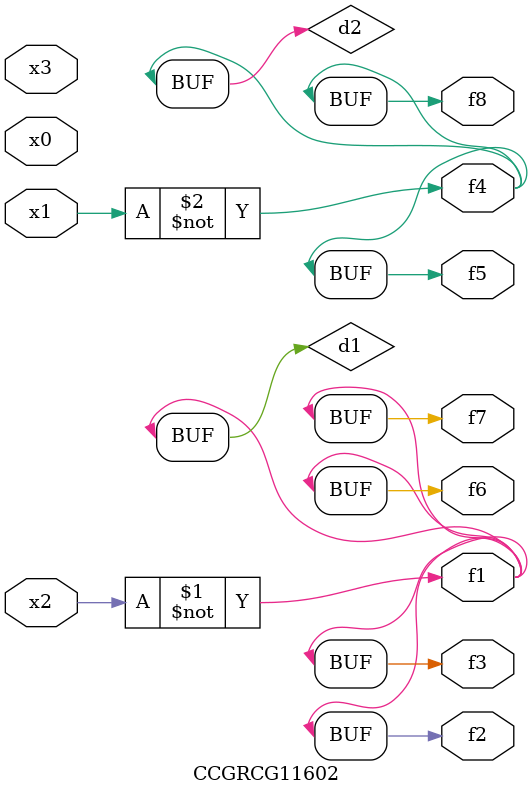
<source format=v>
module CCGRCG11602(
	input x0, x1, x2, x3,
	output f1, f2, f3, f4, f5, f6, f7, f8
);

	wire d1, d2;

	xnor (d1, x2);
	not (d2, x1);
	assign f1 = d1;
	assign f2 = d1;
	assign f3 = d1;
	assign f4 = d2;
	assign f5 = d2;
	assign f6 = d1;
	assign f7 = d1;
	assign f8 = d2;
endmodule

</source>
